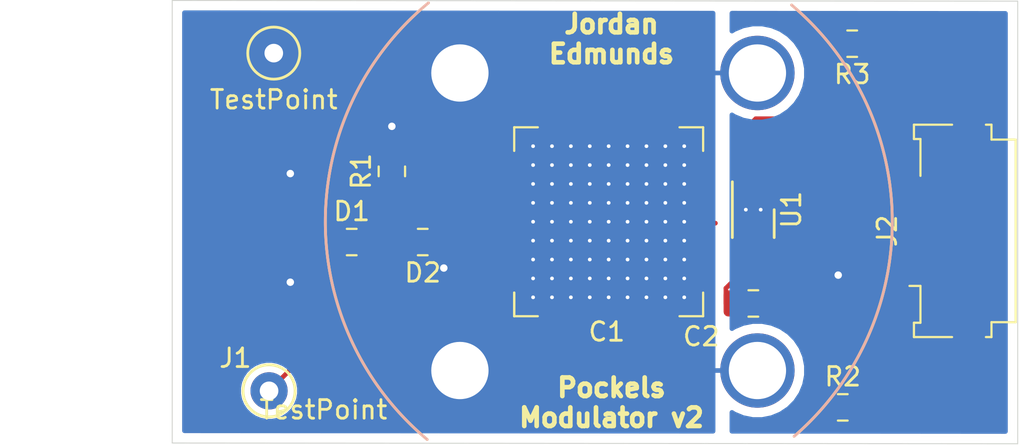
<source format=kicad_pcb>
(kicad_pcb (version 20171130) (host pcbnew "(5.1.6-0-10_14)")

  (general
    (thickness 1.6)
    (drawings 12)
    (tracks 90)
    (zones 0)
    (modules 16)
    (nets 10)
  )

  (page A4)
  (layers
    (0 F.Cu signal)
    (31 B.Cu signal)
    (32 B.Adhes user hide)
    (33 F.Adhes user hide)
    (34 B.Paste user hide)
    (35 F.Paste user hide)
    (36 B.SilkS user hide)
    (37 F.SilkS user)
    (38 B.Mask user hide)
    (39 F.Mask user)
    (40 Dwgs.User user hide)
    (41 Cmts.User user)
    (42 Eco1.User user)
    (43 Eco2.User user)
    (44 Edge.Cuts user)
    (45 Margin user)
    (46 B.CrtYd user)
    (47 F.CrtYd user)
    (48 B.Fab user hide)
    (49 F.Fab user hide)
  )

  (setup
    (last_trace_width 0.25)
    (trace_clearance 0.2)
    (zone_clearance 0.508)
    (zone_45_only no)
    (trace_min 0.2)
    (via_size 0.8)
    (via_drill 0.4)
    (via_min_size 0.4)
    (via_min_drill 0.3)
    (uvia_size 0.3)
    (uvia_drill 0.1)
    (uvias_allowed no)
    (uvia_min_size 0.2)
    (uvia_min_drill 0.1)
    (edge_width 0.05)
    (segment_width 0.2)
    (pcb_text_width 0.3)
    (pcb_text_size 1.5 1.5)
    (mod_edge_width 0.12)
    (mod_text_size 1 1)
    (mod_text_width 0.15)
    (pad_size 1.524 1.524)
    (pad_drill 0.762)
    (pad_to_mask_clearance 0.05)
    (aux_axis_origin 0 0)
    (visible_elements FFFFFF7F)
    (pcbplotparams
      (layerselection 0x010fc_ffffffff)
      (usegerberextensions false)
      (usegerberattributes true)
      (usegerberadvancedattributes true)
      (creategerberjobfile true)
      (excludeedgelayer true)
      (linewidth 0.100000)
      (plotframeref false)
      (viasonmask false)
      (mode 1)
      (useauxorigin false)
      (hpglpennumber 1)
      (hpglpenspeed 20)
      (hpglpendiameter 15.000000)
      (psnegative false)
      (psa4output false)
      (plotreference true)
      (plotvalue true)
      (plotinvisibletext false)
      (padsonsilk false)
      (subtractmaskfromsilk false)
      (outputformat 1)
      (mirror false)
      (drillshape 0)
      (scaleselection 1)
      (outputdirectory "gerbers"))
  )

  (net 0 "")
  (net 1 "Net-(C1-Pad1)")
  (net 2 "Net-(D1-Pad2)")
  (net 3 GND)
  (net 4 VDD)
  (net 5 GNDD)
  (net 6 /SDA)
  (net 7 /SCL)
  (net 8 /ALT)
  (net 9 "Net-(J2-Pad6)")

  (net_class Default "This is the default net class."
    (clearance 0.2)
    (trace_width 0.25)
    (via_dia 0.8)
    (via_drill 0.4)
    (uvia_dia 0.3)
    (uvia_drill 0.1)
    (add_net /ALT)
    (add_net /SCL)
    (add_net /SDA)
    (add_net GND)
    (add_net GNDD)
    (add_net "Net-(C1-Pad1)")
    (add_net "Net-(D1-Pad2)")
    (add_net "Net-(J2-Pad6)")
    (add_net VDD)
  )

  (module Package_DFN_QFN:DFN-8-1EP_3x2mm_P0.5mm_EP1.3x1.5mm_HandSolder (layer F.Cu) (tedit 5FF4CCFB) (tstamp 602B6815)
    (at 207.776 99.351 270)
    (descr "8-Lead Plastic Dual Flat, No Lead Package (8MA2) - 2x3x0.6 mm Body [UDFN] (see Atmel-8815-SEEPROM-AT24CS01-02-Datasheet.pdf)")
    (tags "DFN 0.5")
    (path /5FF4B793)
    (attr smd)
    (fp_text reference U1 (at 0 -2.05 90) (layer F.SilkS)
      (effects (font (size 1 1) (thickness 0.15)))
    )
    (fp_text value MCP9804_DFN (at 0 2.05 90) (layer F.Fab)
      (effects (font (size 1 1) (thickness 0.15)))
    )
    (fp_text user %R (at 0 0 90) (layer F.Fab)
      (effects (font (size 0.7 0.7) (thickness 0.105)))
    )
    (fp_line (start -0.5 -1) (end 1.5 -1) (layer F.Fab) (width 0.15))
    (fp_line (start 1.5 -1) (end 1.5 1) (layer F.Fab) (width 0.15))
    (fp_line (start 1.5 1) (end -1.5 1) (layer F.Fab) (width 0.15))
    (fp_line (start -1.5 1) (end -1.5 0) (layer F.Fab) (width 0.15))
    (fp_line (start -1.5 0) (end -0.5 -1) (layer F.Fab) (width 0.15))
    (fp_line (start -2.1 -1.3) (end -2.1 1.3) (layer F.CrtYd) (width 0.05))
    (fp_line (start 2.1 -1.3) (end 2.1 1.3) (layer F.CrtYd) (width 0.05))
    (fp_line (start -2.1 -1.3) (end 2.1 -1.3) (layer F.CrtYd) (width 0.05))
    (fp_line (start -2.1 1.3) (end 2.1 1.3) (layer F.CrtYd) (width 0.05))
    (fp_line (start -1.5 1.125) (end 1.5 1.125) (layer F.SilkS) (width 0.15))
    (fp_line (start 0 -1.125) (end 1.5 -1.125) (layer F.SilkS) (width 0.15))
    (pad 9 thru_hole circle (at 0 -0.4 270) (size 0.5 0.5) (drill 0.2) (layers *.Cu *.Mask)
      (net 5 GNDD))
    (pad 9 thru_hole circle (at 0 0.4 270) (size 0.5 0.5) (drill 0.2) (layers *.Cu *.Mask)
      (net 5 GNDD))
    (pad 9 smd rect (at 0 0 270) (size 1.3 1.5) (layers B.Cu B.Paste B.Mask)
      (net 5 GNDD))
    (pad "" smd rect (at 0.325 0.375 270) (size 0.5 0.6) (layers F.Paste))
    (pad "" smd rect (at 0.325 -0.375 270) (size 0.5 0.6) (layers F.Paste))
    (pad "" smd rect (at -0.325 0.375 270) (size 0.5 0.6) (layers F.Paste))
    (pad "" smd rect (at -0.325 -0.375 270) (size 0.5 0.6) (layers F.Paste))
    (pad 9 smd rect (at 0 0 270) (size 1.3 1.5) (layers F.Cu F.Mask)
      (net 5 GNDD))
    (pad 8 smd rect (at 2.45 -0.75 270) (size 2.75 0.3) (layers F.Cu F.Paste F.Mask)
      (net 4 VDD))
    (pad 7 smd rect (at 2.45 -0.25 270) (size 2.75 0.3) (layers F.Cu F.Paste F.Mask)
      (net 5 GNDD))
    (pad 6 smd rect (at 2.45 0.25 270) (size 2.75 0.3) (layers F.Cu F.Paste F.Mask)
      (net 5 GNDD))
    (pad 5 smd rect (at 2.45 0.75 270) (size 2.75 0.3) (layers F.Cu F.Paste F.Mask)
      (net 5 GNDD))
    (pad 4 smd rect (at -2.45 0.75 270) (size 2.75 0.3) (layers F.Cu F.Paste F.Mask)
      (net 5 GNDD))
    (pad 3 smd rect (at -2.45 0.25 270) (size 2.75 0.3) (layers F.Cu F.Paste F.Mask)
      (net 8 /ALT))
    (pad 2 smd rect (at -2.45 -0.25 270) (size 2.75 0.3) (layers F.Cu F.Paste F.Mask)
      (net 7 /SCL))
    (pad 1 smd rect (at -2.45 -0.75 270) (size 2.75 0.3) (layers F.Cu F.Paste F.Mask)
      (net 6 /SDA))
    (model ${KISYS3DMOD}/Package_DFN_QFN.3dshapes/DFN-8-1EP_3x2mm_P0.5mm_EP1.3x1.5mm.wrl
      (at (xyz 0 0 0))
      (scale (xyz 1 1 1))
      (rotate (xyz 0 0 0))
    )
  )

  (module my_library_foot:pockels_chip_10mm_thermal (layer F.Cu) (tedit 5FF4C9B2) (tstamp 5F2E2060)
    (at 200 100)
    (path /5F2DC2F8)
    (fp_text reference C1 (at -0.102 5.918) (layer F.SilkS)
      (effects (font (size 1 1) (thickness 0.15)))
    )
    (fp_text value CP (at 0 6.35) (layer F.Fab)
      (effects (font (size 1 1) (thickness 0.15)))
    )
    (fp_line (start 5.08 5.08) (end 3.81 5.08) (layer F.SilkS) (width 0.12))
    (fp_line (start 5.08 5.08) (end 5.08 3.81) (layer F.SilkS) (width 0.12))
    (fp_line (start -5.08 5.08) (end -5.08 3.81) (layer F.SilkS) (width 0.12))
    (fp_line (start -5.08 5.08) (end -3.81 5.08) (layer F.SilkS) (width 0.12))
    (fp_line (start -5.08 3.81) (end -5.08 5.08) (layer F.SilkS) (width 0.12))
    (fp_line (start 5.08 -5.08) (end 5.08 -3.81) (layer F.SilkS) (width 0.12))
    (fp_line (start 5.08 -5.08) (end 3.81 -5.08) (layer F.SilkS) (width 0.12))
    (fp_line (start -5.08 -5.08) (end -5.08 -3.81) (layer F.SilkS) (width 0.12))
    (fp_line (start -5.08 -5.08) (end -3.81 -5.08) (layer F.SilkS) (width 0.12))
    (pad 2 thru_hole circle (at -4.064 -4.064) (size 0.5 0.5) (drill 0.2) (layers *.Cu *.Mask)
      (net 3 GND))
    (pad 2 thru_hole circle (at -4.064 -3.048) (size 0.5 0.5) (drill 0.2) (layers *.Cu *.Mask)
      (net 3 GND))
    (pad 2 thru_hole circle (at -4.064 -2.032) (size 0.5 0.5) (drill 0.2) (layers *.Cu *.Mask)
      (net 3 GND))
    (pad 2 thru_hole circle (at -4.064 -1.016) (size 0.5 0.5) (drill 0.2) (layers *.Cu *.Mask)
      (net 3 GND))
    (pad 2 thru_hole circle (at -4.064 0) (size 0.5 0.5) (drill 0.2) (layers *.Cu *.Mask)
      (net 3 GND))
    (pad 2 thru_hole circle (at -4.064 1.016) (size 0.5 0.5) (drill 0.2) (layers *.Cu *.Mask)
      (net 3 GND))
    (pad 2 thru_hole circle (at -4.064 2.032) (size 0.5 0.5) (drill 0.2) (layers *.Cu *.Mask)
      (net 3 GND))
    (pad 2 thru_hole circle (at -4.064 3.048) (size 0.5 0.5) (drill 0.2) (layers *.Cu *.Mask)
      (net 3 GND))
    (pad 2 thru_hole circle (at -4.064 4.064) (size 0.5 0.5) (drill 0.2) (layers *.Cu *.Mask)
      (net 3 GND))
    (pad 2 thru_hole circle (at -3.048 4.064) (size 0.5 0.5) (drill 0.2) (layers *.Cu *.Mask)
      (net 3 GND))
    (pad 2 thru_hole circle (at -3.048 3.048) (size 0.5 0.5) (drill 0.2) (layers *.Cu *.Mask)
      (net 3 GND))
    (pad 2 thru_hole circle (at -3.048 2.032) (size 0.5 0.5) (drill 0.2) (layers *.Cu *.Mask)
      (net 3 GND))
    (pad 2 thru_hole circle (at -3.048 1.016) (size 0.5 0.5) (drill 0.2) (layers *.Cu *.Mask)
      (net 3 GND))
    (pad 2 thru_hole circle (at -3.048 0) (size 0.5 0.5) (drill 0.2) (layers *.Cu *.Mask)
      (net 3 GND))
    (pad 2 thru_hole circle (at -3.048 -1.016) (size 0.5 0.5) (drill 0.2) (layers *.Cu *.Mask)
      (net 3 GND))
    (pad 2 thru_hole circle (at -3.048 -2.032) (size 0.5 0.5) (drill 0.2) (layers *.Cu *.Mask)
      (net 3 GND))
    (pad 2 thru_hole circle (at -3.048 -3.048) (size 0.5 0.5) (drill 0.2) (layers *.Cu *.Mask)
      (net 3 GND))
    (pad 2 thru_hole circle (at -3.048 -4.064) (size 0.5 0.5) (drill 0.2) (layers *.Cu *.Mask)
      (net 3 GND))
    (pad 2 thru_hole circle (at -2.032 -4.064) (size 0.5 0.5) (drill 0.2) (layers *.Cu *.Mask)
      (net 3 GND))
    (pad 2 thru_hole circle (at -2.032 -3.048) (size 0.5 0.5) (drill 0.2) (layers *.Cu *.Mask)
      (net 3 GND))
    (pad 2 thru_hole circle (at -2.032 -2.032) (size 0.5 0.5) (drill 0.2) (layers *.Cu *.Mask)
      (net 3 GND))
    (pad 2 thru_hole circle (at -2.032 -1.016) (size 0.5 0.5) (drill 0.2) (layers *.Cu *.Mask)
      (net 3 GND))
    (pad 2 thru_hole circle (at -2.032 0) (size 0.5 0.5) (drill 0.2) (layers *.Cu *.Mask)
      (net 3 GND))
    (pad 2 thru_hole circle (at -2.032 1.016) (size 0.5 0.5) (drill 0.2) (layers *.Cu *.Mask)
      (net 3 GND))
    (pad 2 thru_hole circle (at -2.032 2.032) (size 0.5 0.5) (drill 0.2) (layers *.Cu *.Mask)
      (net 3 GND))
    (pad 2 thru_hole circle (at -2.032 3.048) (size 0.5 0.5) (drill 0.2) (layers *.Cu *.Mask)
      (net 3 GND))
    (pad 2 thru_hole circle (at -2.032 4.064) (size 0.5 0.5) (drill 0.2) (layers *.Cu *.Mask)
      (net 3 GND))
    (pad 2 thru_hole circle (at -1.016 4.064) (size 0.5 0.5) (drill 0.2) (layers *.Cu *.Mask)
      (net 3 GND))
    (pad 2 thru_hole circle (at -1.016 3.048) (size 0.5 0.5) (drill 0.2) (layers *.Cu *.Mask)
      (net 3 GND))
    (pad 2 thru_hole circle (at -1.016 2.032) (size 0.5 0.5) (drill 0.2) (layers *.Cu *.Mask)
      (net 3 GND))
    (pad 2 thru_hole circle (at -1.016 1.016) (size 0.5 0.5) (drill 0.2) (layers *.Cu *.Mask)
      (net 3 GND))
    (pad 2 thru_hole circle (at -1.016 0) (size 0.5 0.5) (drill 0.2) (layers *.Cu *.Mask)
      (net 3 GND))
    (pad 2 thru_hole circle (at -1.016 -1.016) (size 0.5 0.5) (drill 0.2) (layers *.Cu *.Mask)
      (net 3 GND))
    (pad 2 thru_hole circle (at -1.016 -2.032) (size 0.5 0.5) (drill 0.2) (layers *.Cu *.Mask)
      (net 3 GND))
    (pad 2 thru_hole circle (at -1.016 -3.048) (size 0.5 0.5) (drill 0.2) (layers *.Cu *.Mask)
      (net 3 GND))
    (pad 2 thru_hole circle (at -1.016 -4.064) (size 0.5 0.5) (drill 0.2) (layers *.Cu *.Mask)
      (net 3 GND))
    (pad 2 thru_hole circle (at 0 -4.064) (size 0.5 0.5) (drill 0.2) (layers *.Cu *.Mask)
      (net 3 GND))
    (pad 2 thru_hole circle (at 1.016 -4.064) (size 0.5 0.5) (drill 0.2) (layers *.Cu *.Mask)
      (net 3 GND))
    (pad 2 thru_hole circle (at 2.032 -4.064) (size 0.5 0.5) (drill 0.2) (layers *.Cu *.Mask)
      (net 3 GND))
    (pad 2 thru_hole circle (at 3.048 -4.064) (size 0.5 0.5) (drill 0.2) (layers *.Cu *.Mask)
      (net 3 GND))
    (pad 2 thru_hole circle (at 4.064 -4.064) (size 0.5 0.5) (drill 0.2) (layers *.Cu *.Mask)
      (net 3 GND))
    (pad 2 thru_hole circle (at 4.064 -3.048) (size 0.5 0.5) (drill 0.2) (layers *.Cu *.Mask)
      (net 3 GND))
    (pad 2 thru_hole circle (at 3.048 -3.048) (size 0.5 0.5) (drill 0.2) (layers *.Cu *.Mask)
      (net 3 GND))
    (pad 2 thru_hole circle (at 2.032 -3.048) (size 0.5 0.5) (drill 0.2) (layers *.Cu *.Mask)
      (net 3 GND))
    (pad 2 thru_hole circle (at 1.016 -3.048) (size 0.5 0.5) (drill 0.2) (layers *.Cu *.Mask)
      (net 3 GND))
    (pad 2 thru_hole circle (at 0 -3.048) (size 0.5 0.5) (drill 0.2) (layers *.Cu *.Mask)
      (net 3 GND))
    (pad 2 thru_hole circle (at 0 -2.032) (size 0.5 0.5) (drill 0.2) (layers *.Cu *.Mask)
      (net 3 GND))
    (pad 2 thru_hole circle (at 1.016 -2.032) (size 0.5 0.5) (drill 0.2) (layers *.Cu *.Mask)
      (net 3 GND))
    (pad 2 thru_hole circle (at 2.032 -2.032) (size 0.5 0.5) (drill 0.2) (layers *.Cu *.Mask)
      (net 3 GND))
    (pad 2 thru_hole circle (at 3.048 -2.032) (size 0.5 0.5) (drill 0.2) (layers *.Cu *.Mask)
      (net 3 GND))
    (pad 2 thru_hole circle (at 4.064 -2.032) (size 0.5 0.5) (drill 0.2) (layers *.Cu *.Mask)
      (net 3 GND))
    (pad 2 thru_hole circle (at 4.064 -1.016) (size 0.5 0.5) (drill 0.2) (layers *.Cu *.Mask)
      (net 3 GND))
    (pad 2 thru_hole circle (at 3.048 -1.016) (size 0.5 0.5) (drill 0.2) (layers *.Cu *.Mask)
      (net 3 GND))
    (pad 2 thru_hole circle (at 2.032 -1.016) (size 0.5 0.5) (drill 0.2) (layers *.Cu *.Mask)
      (net 3 GND))
    (pad 2 thru_hole circle (at 1.016 -1.016) (size 0.5 0.5) (drill 0.2) (layers *.Cu *.Mask)
      (net 3 GND))
    (pad 2 thru_hole circle (at 0 -1.016) (size 0.5 0.5) (drill 0.2) (layers *.Cu *.Mask)
      (net 3 GND))
    (pad 2 thru_hole circle (at 4.064 4.064) (size 0.5 0.5) (drill 0.2) (layers *.Cu *.Mask)
      (net 3 GND))
    (pad 2 thru_hole circle (at 3.048 4.064) (size 0.5 0.5) (drill 0.2) (layers *.Cu *.Mask)
      (net 3 GND))
    (pad 2 thru_hole circle (at 2.032 4.064) (size 0.5 0.5) (drill 0.2) (layers *.Cu *.Mask)
      (net 3 GND))
    (pad 2 thru_hole circle (at 1.016 4.064) (size 0.5 0.5) (drill 0.2) (layers *.Cu *.Mask)
      (net 3 GND))
    (pad 2 thru_hole circle (at 0 4.064) (size 0.5 0.5) (drill 0.2) (layers *.Cu *.Mask)
      (net 3 GND))
    (pad 2 thru_hole circle (at 0 3.048) (size 0.5 0.5) (drill 0.2) (layers *.Cu *.Mask)
      (net 3 GND))
    (pad 2 thru_hole circle (at 1.016 3.048) (size 0.5 0.5) (drill 0.2) (layers *.Cu *.Mask)
      (net 3 GND))
    (pad 2 thru_hole circle (at 2.032 3.048) (size 0.5 0.5) (drill 0.2) (layers *.Cu *.Mask)
      (net 3 GND))
    (pad 2 thru_hole circle (at 3.048 3.048) (size 0.5 0.5) (drill 0.2) (layers *.Cu *.Mask)
      (net 3 GND))
    (pad 2 thru_hole circle (at 4.064 3.048) (size 0.5 0.5) (drill 0.2) (layers *.Cu *.Mask)
      (net 3 GND))
    (pad 2 thru_hole circle (at 4.064 2.032) (size 0.5 0.5) (drill 0.2) (layers *.Cu *.Mask)
      (net 3 GND))
    (pad 2 thru_hole circle (at 3.048 2.032) (size 0.5 0.5) (drill 0.2) (layers *.Cu *.Mask)
      (net 3 GND))
    (pad 2 thru_hole circle (at 2.032 2.032) (size 0.5 0.5) (drill 0.2) (layers *.Cu *.Mask)
      (net 3 GND))
    (pad 2 thru_hole circle (at 1.016 2.032) (size 0.5 0.5) (drill 0.2) (layers *.Cu *.Mask)
      (net 3 GND))
    (pad 2 thru_hole circle (at 0 2.032) (size 0.5 0.5) (drill 0.2) (layers *.Cu *.Mask)
      (net 3 GND))
    (pad 2 thru_hole circle (at 0 1.016) (size 0.5 0.5) (drill 0.2) (layers *.Cu *.Mask)
      (net 3 GND))
    (pad 2 thru_hole circle (at 1.016 1.016) (size 0.5 0.5) (drill 0.2) (layers *.Cu *.Mask)
      (net 3 GND))
    (pad 2 thru_hole circle (at 2.032 1.016) (size 0.5 0.5) (drill 0.2) (layers *.Cu *.Mask)
      (net 3 GND))
    (pad 2 thru_hole circle (at 3.048 1.016) (size 0.5 0.5) (drill 0.2) (layers *.Cu *.Mask)
      (net 3 GND))
    (pad 2 thru_hole circle (at 4.064 1.016) (size 0.5 0.5) (drill 0.2) (layers *.Cu *.Mask)
      (net 3 GND))
    (pad 2 thru_hole circle (at 4.064 0) (size 0.5 0.5) (drill 0.2) (layers *.Cu *.Mask)
      (net 3 GND))
    (pad 2 thru_hole circle (at 3.048 0) (size 0.5 0.5) (drill 0.2) (layers *.Cu *.Mask)
      (net 3 GND))
    (pad 2 thru_hole circle (at 2.032 0) (size 0.5 0.5) (drill 0.2) (layers *.Cu *.Mask)
      (net 3 GND))
    (pad 2 thru_hole circle (at 1.016 0) (size 0.5 0.5) (drill 0.2) (layers *.Cu *.Mask)
      (net 3 GND))
    (pad 2 thru_hole circle (at 0 0) (size 0.5 0.5) (drill 0.2) (layers *.Cu *.Mask)
      (net 3 GND))
    (pad 2 smd rect (at 0 0) (size 10 10) (layers B.Cu B.Paste B.Mask)
      (net 3 GND))
    (pad 2 smd rect (at 0 0) (size 10 10) (layers F.Cu F.Paste F.Mask)
      (net 3 GND))
    (pad 1 smd rect (at -6 0) (size 1.5 1.5) (layers F.Cu F.Paste F.Mask)
      (net 1 "Net-(C1-Pad1)"))
  )

  (module my_library_foot:S6B-XH-SM4-TB (layer F.Cu) (tedit 5FF4BF27) (tstamp 5FF4C6FC)
    (at 219.1615 109.7365 90)
    (descr "Molex Molex 1.00mm Pitch Easy-On BackFlip, Right-Angle, Bottom Contact FFC/FPC, 200528-0060, 6 Circuits (https://www.molex.com/pdm_docs/sd/2005280060_sd.pdf), generated with kicad-footprint-generator")
    (tags "connector Molex  top entry")
    (path /5FF6D550)
    (attr smd)
    (fp_text reference J2 (at 9.2456 -4.1848 90) (layer F.SilkS)
      (effects (font (size 1 1) (thickness 0.15)))
    )
    (fp_text value Conn_01x06_Male (at 0 5.39 90) (layer F.Fab)
      (effects (font (size 1 1) (thickness 0.15)))
    )
    (fp_text user FRONT (at 9.017 2.032 90) (layer F.Fab)
      (effects (font (size 1 1) (thickness 0.15)))
    )
    (fp_line (start 17.907 -3.4848) (end 0.889 -3.429) (layer F.CrtYd) (width 0.05))
    (fp_line (start 17.907 3.1152) (end 17.907 -3.4848) (layer F.CrtYd) (width 0.05))
    (fp_line (start 0.889 3.171) (end 17.907 3.1152) (layer F.CrtYd) (width 0.05))
    (fp_line (start 0.889 -3.429) (end 0.889 3.171) (layer F.CrtYd) (width 0.05))
    (fp_line (start 14.1856 -2.3948) (end 12.2056 -2.3948) (layer F.SilkS) (width 0.12))
    (fp_line (start 14.1856 -2.7448) (end 14.1856 -2.3948) (layer F.SilkS) (width 0.12))
    (fp_line (start 14.9556 -2.7448) (end 14.1856 -2.7448) (layer F.SilkS) (width 0.12))
    (fp_line (start 14.9556 -0.6948) (end 14.9556 -2.7448) (layer F.SilkS) (width 0.12))
    (fp_line (start 14.9556 1.4252) (end 14.9556 1.1252) (layer F.SilkS) (width 0.12))
    (fp_line (start 14.1556 1.4252) (end 14.9556 1.4252) (layer F.SilkS) (width 0.12))
    (fp_line (start 14.1556 2.7252) (end 14.1556 1.4252) (layer F.SilkS) (width 0.12))
    (fp_line (start 4.3356 2.7252) (end 14.1556 2.7252) (layer F.SilkS) (width 0.12))
    (fp_line (start 4.3356 1.4252) (end 4.3356 2.7252) (layer F.SilkS) (width 0.12))
    (fp_line (start 3.5356 1.4252) (end 4.3356 1.4252) (layer F.SilkS) (width 0.12))
    (fp_line (start 3.5356 1.1252) (end 3.5356 1.4252) (layer F.SilkS) (width 0.12))
    (fp_line (start 3.5356 -2.7448) (end 3.5356 -0.6948) (layer F.SilkS) (width 0.12))
    (fp_line (start 4.3056 -2.7448) (end 3.5356 -2.7448) (layer F.SilkS) (width 0.12))
    (fp_line (start 4.3056 -2.3948) (end 4.3056 -2.7448) (layer F.SilkS) (width 0.12))
    (fp_line (start 6.2856 -2.3948) (end 4.3056 -2.3948) (layer F.SilkS) (width 0.12))
    (fp_line (start 6.2856 -2.9848) (end 6.2856 -2.3948) (layer F.SilkS) (width 0.12))
    (fp_line (start 14.0456 2.6152) (end 14.0456 -1.3848) (layer F.Fab) (width 0.1))
    (fp_line (start 4.4456 2.6152) (end 14.0456 2.6152) (layer F.Fab) (width 0.1))
    (fp_line (start 4.4456 -1.3848) (end 4.4456 2.6152) (layer F.Fab) (width 0.1))
    (fp_line (start 14.0456 -1.3848) (end 4.4456 -1.3848) (layer F.Fab) (width 0.1))
    (fp_line (start 6.7456 -1.5348) (end 7.2456 -2.2848) (layer F.Fab) (width 0.1))
    (fp_line (start 6.2456 -2.2848) (end 6.7456 -1.5348) (layer F.Fab) (width 0.1))
    (fp_line (start 14.8456 -2.6348) (end 14.2956 -2.6348) (layer F.Fab) (width 0.1))
    (fp_line (start 14.8456 1.3152) (end 14.8456 -2.6348) (layer F.Fab) (width 0.1))
    (fp_line (start 3.6456 1.3152) (end 14.8456 1.3152) (layer F.Fab) (width 0.1))
    (fp_line (start 3.6456 -2.6348) (end 3.6456 1.3152) (layer F.Fab) (width 0.1))
    (fp_line (start 4.1956 -2.6348) (end 3.6456 -2.6348) (layer F.Fab) (width 0.1))
    (fp_line (start 4.1956 -2.2848) (end 4.1956 -2.6348) (layer F.Fab) (width 0.1))
    (fp_line (start 14.2956 -2.2848) (end 4.1956 -2.2848) (layer F.Fab) (width 0.1))
    (fp_line (start 14.2956 -2.6348) (end 14.2956 -2.2848) (layer F.Fab) (width 0.1))
    (pad 6 smd rect (at 15.7 -6.5 90) (size 1.3 4.5) (layers F.Cu F.Paste F.Mask)
      (net 9 "Net-(J2-Pad6)"))
    (pad 5 smd rect (at 13.2 -6.5 90) (size 1.3 4.5) (layers F.Cu F.Paste F.Mask)
      (net 8 /ALT))
    (pad 4 smd rect (at 10.7 -6.5 90) (size 1.3 4.5) (layers F.Cu F.Paste F.Mask)
      (net 7 /SCL))
    (pad 3 smd rect (at 8.2 -6.5 90) (size 1.3 4.5) (layers F.Cu F.Paste F.Mask)
      (net 6 /SDA))
    (pad 2 smd rect (at 5.7 -6.5 90) (size 1.3 4.5) (layers F.Cu F.Paste F.Mask)
      (net 5 GNDD))
    (pad 1 smd rect (at 3.2 -6.5 90) (size 1.3 4.5) (layers F.Cu F.Paste F.Mask)
      (net 4 VDD))
    (pad MP smd rect (at 18.9 -0.0134 90) (size 1.8 3.9) (layers F.Cu F.Paste F.Mask))
    (pad MP smd rect (at 0 0 90) (size 1.8 3.9) (layers F.Cu F.Paste F.Mask))
    (model ${KISYS3DMOD}/Connector_FFC-FPC.3dshapes/Molex_200528-0060_1x06-1MP_P1.00mm_Horizontal.wrl
      (at (xyz 0 0 0))
      (scale (xyz 1 1 1))
      (rotate (xyz 0 0 0))
    )
  )

  (module my_library_foot:m3_mounting_hole (layer F.Cu) (tedit 5F2DD124) (tstamp 5F2E35BC)
    (at 208 108)
    (path /5F2E71AE)
    (fp_text reference H4 (at 0 0.5) (layer F.SilkS)
      (effects (font (size 1 1) (thickness 0.15)))
    )
    (fp_text value MountingHole_Pad (at 0 -0.5) (layer F.Fab)
      (effects (font (size 1 1) (thickness 0.15)))
    )
    (pad 1 thru_hole circle (at 0 0) (size 4 4) (drill 3.08) (layers *.Cu *.Mask)
      (net 3 GND))
  )

  (module my_library_foot:m3_mounting_hole (layer F.Cu) (tedit 5F2DD124) (tstamp 5F2E35B7)
    (at 192 108)
    (path /5F2E6F6E)
    (fp_text reference H3 (at 0 0.5) (layer F.SilkS)
      (effects (font (size 1 1) (thickness 0.15)))
    )
    (fp_text value MountingHole_Pad (at 0 -0.5) (layer F.Fab)
      (effects (font (size 1 1) (thickness 0.15)))
    )
    (pad 1 thru_hole circle (at 0 0) (size 4 4) (drill 3.08) (layers *.Cu *.Mask)
      (net 3 GND))
  )

  (module my_library_foot:m3_mounting_hole (layer F.Cu) (tedit 5F2DD124) (tstamp 5F2E35B2)
    (at 192 92)
    (path /5F2E6C96)
    (fp_text reference H2 (at 0 0.5) (layer F.SilkS)
      (effects (font (size 1 1) (thickness 0.15)))
    )
    (fp_text value MountingHole_Pad (at 0 -0.5) (layer F.Fab)
      (effects (font (size 1 1) (thickness 0.15)))
    )
    (pad 1 thru_hole circle (at 0 0) (size 4 4) (drill 3.08) (layers *.Cu *.Mask)
      (net 3 GND))
  )

  (module my_library_foot:m3_mounting_hole (layer F.Cu) (tedit 5F2DD124) (tstamp 5F2E35AD)
    (at 208 92)
    (path /5F2ED3C7)
    (fp_text reference H1 (at 0 0.5) (layer F.SilkS)
      (effects (font (size 1 1) (thickness 0.15)))
    )
    (fp_text value MountingHole_Pad (at 0 -0.5) (layer F.Fab)
      (effects (font (size 1 1) (thickness 0.15)))
    )
    (pad 1 thru_hole circle (at 0 0) (size 4 4) (drill 3.08) (layers *.Cu *.Mask)
      (net 3 GND))
  )

  (module my_library_foot:TestPoint_Keystone_5000-5004_Miniature (layer F.Cu) (tedit 5EF69EC3) (tstamp 5F2E20D7)
    (at 181.991 90.932)
    (descr "Keystone Miniature THM Test Point 5000-5004, http://www.keyelco.com/product-pdf.cfm?p=1309")
    (tags "Through Hole Mount Test Points")
    (path /5F2DD6FC)
    (fp_text reference TP2 (at 0.3175 -2.4765) (layer F.Fab)
      (effects (font (size 1 1) (thickness 0.15)))
    )
    (fp_text value TestPoint (at 0 2.5) (layer F.SilkS)
      (effects (font (size 1 1) (thickness 0.15)))
    )
    (fp_circle (center 0 0) (end 1.4 0) (layer F.SilkS) (width 0.15))
    (fp_circle (center 0 0) (end 1.25 0) (layer F.Fab) (width 0.15))
    (fp_circle (center 0 0) (end 1.65 0) (layer F.CrtYd) (width 0.05))
    (fp_line (start -0.75 0.25) (end -0.75 -0.25) (layer F.Fab) (width 0.15))
    (fp_line (start 0.75 0.25) (end -0.75 0.25) (layer F.Fab) (width 0.15))
    (fp_line (start 0.75 -0.25) (end 0.75 0.25) (layer F.Fab) (width 0.15))
    (fp_line (start -0.75 -0.25) (end 0.75 -0.25) (layer F.Fab) (width 0.15))
    (pad 1 thru_hole circle (at 0 0) (size 2 2) (drill 1) (layers *.Cu *.Mask)
      (net 3 GND))
    (model ${KISYS3DMOD}/TestPoint.3dshapes/TestPoint_Keystone_5000-5004_Miniature.wrl
      (at (xyz 0 0 0))
      (scale (xyz 1 1 1))
      (rotate (xyz 0 0 0))
    )
  )

  (module my_library_foot:TestPoint_Keystone_5000-5004_Miniature (layer F.Cu) (tedit 5EF69EC3) (tstamp 5F2E20CB)
    (at 181.737 109.093)
    (descr "Keystone Miniature THM Test Point 5000-5004, http://www.keyelco.com/product-pdf.cfm?p=1309")
    (tags "Through Hole Mount Test Points")
    (path /5F2DD2FB)
    (fp_text reference TP1 (at 0.3175 -2.4765) (layer F.Fab)
      (effects (font (size 1 1) (thickness 0.15)))
    )
    (fp_text value TestPoint (at 2.921 1.016) (layer F.SilkS)
      (effects (font (size 1 1) (thickness 0.15)))
    )
    (fp_circle (center 0 0) (end 1.4 0) (layer F.SilkS) (width 0.15))
    (fp_circle (center 0 0) (end 1.25 0) (layer F.Fab) (width 0.15))
    (fp_circle (center 0 0) (end 1.65 0) (layer F.CrtYd) (width 0.05))
    (fp_line (start -0.75 0.25) (end -0.75 -0.25) (layer F.Fab) (width 0.15))
    (fp_line (start 0.75 0.25) (end -0.75 0.25) (layer F.Fab) (width 0.15))
    (fp_line (start 0.75 -0.25) (end 0.75 0.25) (layer F.Fab) (width 0.15))
    (fp_line (start -0.75 -0.25) (end 0.75 -0.25) (layer F.Fab) (width 0.15))
    (pad 1 thru_hole circle (at 0 0) (size 2 2) (drill 1) (layers *.Cu *.Mask)
      (net 1 "Net-(C1-Pad1)"))
    (model ${KISYS3DMOD}/TestPoint.3dshapes/TestPoint_Keystone_5000-5004_Miniature.wrl
      (at (xyz 0 0 0))
      (scale (xyz 1 1 1))
      (rotate (xyz 0 0 0))
    )
  )

  (module Capacitor_SMD:C_0805_2012Metric_Pad1.15x1.40mm_HandSolder (layer F.Cu) (tedit 5B36C52B) (tstamp 5F2E20BF)
    (at 188.341 97.291 90)
    (descr "Capacitor SMD 0805 (2012 Metric), square (rectangular) end terminal, IPC_7351 nominal with elongated pad for handsoldering. (Body size source: https://docs.google.com/spreadsheets/d/1BsfQQcO9C6DZCsRaXUlFlo91Tg2WpOkGARC1WS5S8t0/edit?usp=sharing), generated with kicad-footprint-generator")
    (tags "capacitor handsolder")
    (path /5F2DCD9A)
    (attr smd)
    (fp_text reference R1 (at 0 -1.65 90) (layer F.SilkS)
      (effects (font (size 1 1) (thickness 0.15)))
    )
    (fp_text value R (at 0 1.65 90) (layer F.Fab)
      (effects (font (size 1 1) (thickness 0.15)))
    )
    (fp_text user %R (at 0 0 90) (layer F.Fab)
      (effects (font (size 0.5 0.5) (thickness 0.08)))
    )
    (fp_line (start -1 0.6) (end -1 -0.6) (layer F.Fab) (width 0.1))
    (fp_line (start -1 -0.6) (end 1 -0.6) (layer F.Fab) (width 0.1))
    (fp_line (start 1 -0.6) (end 1 0.6) (layer F.Fab) (width 0.1))
    (fp_line (start 1 0.6) (end -1 0.6) (layer F.Fab) (width 0.1))
    (fp_line (start -0.261252 -0.71) (end 0.261252 -0.71) (layer F.SilkS) (width 0.12))
    (fp_line (start -0.261252 0.71) (end 0.261252 0.71) (layer F.SilkS) (width 0.12))
    (fp_line (start -1.85 0.95) (end -1.85 -0.95) (layer F.CrtYd) (width 0.05))
    (fp_line (start -1.85 -0.95) (end 1.85 -0.95) (layer F.CrtYd) (width 0.05))
    (fp_line (start 1.85 -0.95) (end 1.85 0.95) (layer F.CrtYd) (width 0.05))
    (fp_line (start 1.85 0.95) (end -1.85 0.95) (layer F.CrtYd) (width 0.05))
    (pad 2 smd roundrect (at 1.025 0 90) (size 1.15 1.4) (layers F.Cu F.Paste F.Mask) (roundrect_rratio 0.217391)
      (net 3 GND))
    (pad 1 smd roundrect (at -1.025 0 90) (size 1.15 1.4) (layers F.Cu F.Paste F.Mask) (roundrect_rratio 0.217391)
      (net 1 "Net-(C1-Pad1)"))
    (model ${KISYS3DMOD}/Capacitor_SMD.3dshapes/C_0805_2012Metric.wrl
      (at (xyz 0 0 0))
      (scale (xyz 1 1 1))
      (rotate (xyz 0 0 0))
    )
  )

  (module my_library_foot:CON-SMA-EDGE-S (layer F.Cu) (tedit 5F90BEC2) (tstamp 5F2E20AE)
    (at 181.425 100.33)
    (descr "Molex SMA RF Connectors, Edge Mount, (http://www.molex.com/pdm_docs/sd/732511150_sd.pdf)")
    (tags "sma edge")
    (path /5F2DDDFC)
    (attr smd)
    (fp_text reference J1 (at -1.5 7) (layer F.SilkS)
      (effects (font (size 1 1) (thickness 0.15)))
    )
    (fp_text value Conn_Coaxial (at -1.72 -7.11) (layer F.Fab)
      (effects (font (size 1 1) (thickness 0.15)))
    )
    (fp_text user %R (at -1.5 7) (layer F.Fab)
      (effects (font (size 1 1) (thickness 0.15)))
    )
    (fp_line (start -4.191 3.1595) (end -0.381 3.1595) (layer F.Fab) (width 0.12))
    (fp_line (start -0.381 2.3495) (end -0.381 3.1595) (layer F.Fab) (width 0.12))
    (fp_line (start -4.191 2.3495) (end -0.381 2.3495) (layer F.Fab) (width 0.12))
    (fp_line (start -4.191 0.3655) (end -0.381 0.3655) (layer F.Fab) (width 0.12))
    (fp_line (start -0.381 -0.4445) (end -0.381 0.3655) (layer F.Fab) (width 0.12))
    (fp_line (start -4.191 -0.4445) (end -0.381 -0.4445) (layer F.Fab) (width 0.12))
    (fp_line (start -0.4445 -3.2385) (end -0.4445 -2.4285) (layer F.Fab) (width 0.12))
    (fp_line (start -4.2545 -2.4285) (end -0.4445 -2.4285) (layer F.Fab) (width 0.12))
    (fp_line (start -4.2545 -3.2385) (end -0.4445 -3.2385) (layer F.Fab) (width 0.12))
    (fp_line (start -4.2545 -3.2385) (end -4.2555 3.175) (layer F.Fab) (width 0.12))
    (fp_line (start -5.9055 3.175) (end -4.2555 3.175) (layer F.Fab) (width 0.12))
    (fp_line (start -5.9055 -3.2385) (end -4.2555 -3.2385) (layer F.Fab) (width 0.12))
    (fp_line (start -5.9055 -3.18) (end -5.9055 3.18) (layer F.Fab) (width 0.12))
    (fp_line (start 1.5856 0.25) (end 1.5856 -0.25) (layer F.Fab) (width 0.1))
    (fp_line (start 1.0856 0) (end 1.5856 0.25) (layer F.Fab) (width 0.1))
    (fp_line (start 1.5856 -0.25) (end 1.0856 0) (layer F.Fab) (width 0.1))
    (fp_line (start -13.79 -2.65) (end -5.98 -2.65) (layer F.Fab) (width 0.1))
    (fp_line (start -13.79 -2.65) (end -13.79 2.65) (layer F.Fab) (width 0.1))
    (fp_line (start -13.79 2.65) (end -5.91 2.65) (layer F.Fab) (width 0.1))
    (fp_line (start 0.889 -3.683) (end 0.889 3.81) (layer F.CrtYd) (width 0.12))
    (fp_line (start 0.889 3.81) (end -14.097 3.81) (layer F.CrtYd) (width 0.12))
    (fp_line (start -14.097 3.81) (end -14.097 -3.683) (layer F.CrtYd) (width 0.12))
    (fp_line (start -14.097 -3.683) (end 0.889 -3.683) (layer F.CrtYd) (width 0.12))
    (fp_line (start -14.097 -3.683) (end 0.889 -3.683) (layer B.CrtYd) (width 0.12))
    (fp_line (start 0.889 -3.683) (end 0.889 3.81) (layer B.CrtYd) (width 0.12))
    (fp_line (start 0.889 3.81) (end -14.097 3.81) (layer B.CrtYd) (width 0.12))
    (fp_line (start -14.097 3.81) (end -14.097 -3.683) (layer B.CrtYd) (width 0.12))
    (pad 2 smd rect (at -1.72 2.77) (size 5.08 1.6) (layers B.Cu B.Paste B.Mask)
      (net 3 GND))
    (pad 2 smd rect (at -1.72 -2.77) (size 5.08 1.6) (layers B.Cu B.Paste B.Mask)
      (net 3 GND))
    (pad 2 smd rect (at -1.72 2.77) (size 5.08 1.6) (layers F.Cu F.Paste F.Mask)
      (net 3 GND))
    (pad 2 smd rect (at -1.72 -2.77) (size 5.08 1.6) (layers F.Cu F.Paste F.Mask)
      (net 3 GND))
    (pad 1 smd rect (at -1.72 0) (size 5.08 1.6) (layers F.Cu F.Paste F.Mask)
      (net 1 "Net-(C1-Pad1)"))
    (model ${KISYS3DMOD}/Connector_Coaxial.3dshapes/SMA_Molex_73251-1153_EdgeMount_Horizontal.wrl
      (at (xyz 0 0 0))
      (scale (xyz 1 1 1))
      (rotate (xyz 0 0 0))
    )
  )

  (module Capacitor_SMD:C_0805_2012Metric_Pad1.15x1.40mm_HandSolder (layer F.Cu) (tedit 5B36C52B) (tstamp 5F2E2233)
    (at 190.001 101.092 180)
    (descr "Capacitor SMD 0805 (2012 Metric), square (rectangular) end terminal, IPC_7351 nominal with elongated pad for handsoldering. (Body size source: https://docs.google.com/spreadsheets/d/1BsfQQcO9C6DZCsRaXUlFlo91Tg2WpOkGARC1WS5S8t0/edit?usp=sharing), generated with kicad-footprint-generator")
    (tags "capacitor handsolder")
    (path /5F2DC55E)
    (attr smd)
    (fp_text reference D2 (at 0 -1.65) (layer F.SilkS)
      (effects (font (size 1 1) (thickness 0.15)))
    )
    (fp_text value D_Zener (at 0 1.65) (layer F.Fab)
      (effects (font (size 1 1) (thickness 0.15)))
    )
    (fp_text user %R (at 0 0) (layer F.Fab)
      (effects (font (size 0.5 0.5) (thickness 0.08)))
    )
    (fp_line (start -1 0.6) (end -1 -0.6) (layer F.Fab) (width 0.1))
    (fp_line (start -1 -0.6) (end 1 -0.6) (layer F.Fab) (width 0.1))
    (fp_line (start 1 -0.6) (end 1 0.6) (layer F.Fab) (width 0.1))
    (fp_line (start 1 0.6) (end -1 0.6) (layer F.Fab) (width 0.1))
    (fp_line (start -0.261252 -0.71) (end 0.261252 -0.71) (layer F.SilkS) (width 0.12))
    (fp_line (start -0.261252 0.71) (end 0.261252 0.71) (layer F.SilkS) (width 0.12))
    (fp_line (start -1.85 0.95) (end -1.85 -0.95) (layer F.CrtYd) (width 0.05))
    (fp_line (start -1.85 -0.95) (end 1.85 -0.95) (layer F.CrtYd) (width 0.05))
    (fp_line (start 1.85 -0.95) (end 1.85 0.95) (layer F.CrtYd) (width 0.05))
    (fp_line (start 1.85 0.95) (end -1.85 0.95) (layer F.CrtYd) (width 0.05))
    (pad 2 smd roundrect (at 1.025 0 180) (size 1.15 1.4) (layers F.Cu F.Paste F.Mask) (roundrect_rratio 0.217391)
      (net 2 "Net-(D1-Pad2)"))
    (pad 1 smd roundrect (at -1.025 0 180) (size 1.15 1.4) (layers F.Cu F.Paste F.Mask) (roundrect_rratio 0.217391)
      (net 3 GND))
    (model ${KISYS3DMOD}/Capacitor_SMD.3dshapes/C_0805_2012Metric.wrl
      (at (xyz 0 0 0))
      (scale (xyz 1 1 1))
      (rotate (xyz 0 0 0))
    )
  )

  (module Capacitor_SMD:C_0805_2012Metric_Pad1.15x1.40mm_HandSolder (layer F.Cu) (tedit 5B36C52B) (tstamp 5F2E2071)
    (at 186.182 101.092)
    (descr "Capacitor SMD 0805 (2012 Metric), square (rectangular) end terminal, IPC_7351 nominal with elongated pad for handsoldering. (Body size source: https://docs.google.com/spreadsheets/d/1BsfQQcO9C6DZCsRaXUlFlo91Tg2WpOkGARC1WS5S8t0/edit?usp=sharing), generated with kicad-footprint-generator")
    (tags "capacitor handsolder")
    (path /5F2DDBAF)
    (attr smd)
    (fp_text reference D1 (at 0 -1.65) (layer F.SilkS)
      (effects (font (size 1 1) (thickness 0.15)))
    )
    (fp_text value D_Zener (at 0 1.65) (layer F.Fab)
      (effects (font (size 1 1) (thickness 0.15)))
    )
    (fp_text user %R (at 0 0) (layer F.Fab)
      (effects (font (size 0.5 0.5) (thickness 0.08)))
    )
    (fp_line (start -1 0.6) (end -1 -0.6) (layer F.Fab) (width 0.1))
    (fp_line (start -1 -0.6) (end 1 -0.6) (layer F.Fab) (width 0.1))
    (fp_line (start 1 -0.6) (end 1 0.6) (layer F.Fab) (width 0.1))
    (fp_line (start 1 0.6) (end -1 0.6) (layer F.Fab) (width 0.1))
    (fp_line (start -0.261252 -0.71) (end 0.261252 -0.71) (layer F.SilkS) (width 0.12))
    (fp_line (start -0.261252 0.71) (end 0.261252 0.71) (layer F.SilkS) (width 0.12))
    (fp_line (start -1.85 0.95) (end -1.85 -0.95) (layer F.CrtYd) (width 0.05))
    (fp_line (start -1.85 -0.95) (end 1.85 -0.95) (layer F.CrtYd) (width 0.05))
    (fp_line (start 1.85 -0.95) (end 1.85 0.95) (layer F.CrtYd) (width 0.05))
    (fp_line (start 1.85 0.95) (end -1.85 0.95) (layer F.CrtYd) (width 0.05))
    (pad 2 smd roundrect (at 1.025 0) (size 1.15 1.4) (layers F.Cu F.Paste F.Mask) (roundrect_rratio 0.217391)
      (net 2 "Net-(D1-Pad2)"))
    (pad 1 smd roundrect (at -1.025 0) (size 1.15 1.4) (layers F.Cu F.Paste F.Mask) (roundrect_rratio 0.217391)
      (net 1 "Net-(C1-Pad1)"))
    (model ${KISYS3DMOD}/Capacitor_SMD.3dshapes/C_0805_2012Metric.wrl
      (at (xyz 0 0 0))
      (scale (xyz 1 1 1))
      (rotate (xyz 0 0 0))
    )
  )

  (module Capacitor_SMD:C_0805_2012Metric_Pad1.15x1.40mm_HandSolder (layer F.Cu) (tedit 5B36C52B) (tstamp 5FF4C6CD)
    (at 207.781 104.394 180)
    (descr "Capacitor SMD 0805 (2012 Metric), square (rectangular) end terminal, IPC_7351 nominal with elongated pad for handsoldering. (Body size source: https://docs.google.com/spreadsheets/d/1BsfQQcO9C6DZCsRaXUlFlo91Tg2WpOkGARC1WS5S8t0/edit?usp=sharing), generated with kicad-footprint-generator")
    (tags "capacitor handsolder")
    (path /5FF59802)
    (attr smd)
    (fp_text reference C2 (at 2.803 -1.778) (layer F.SilkS)
      (effects (font (size 1 1) (thickness 0.15)))
    )
    (fp_text value 100nF (at 0 1.65) (layer F.Fab)
      (effects (font (size 1 1) (thickness 0.15)))
    )
    (fp_text user %R (at 0 0) (layer F.Fab)
      (effects (font (size 0.5 0.5) (thickness 0.08)))
    )
    (fp_line (start -1 0.6) (end -1 -0.6) (layer F.Fab) (width 0.1))
    (fp_line (start -1 -0.6) (end 1 -0.6) (layer F.Fab) (width 0.1))
    (fp_line (start 1 -0.6) (end 1 0.6) (layer F.Fab) (width 0.1))
    (fp_line (start 1 0.6) (end -1 0.6) (layer F.Fab) (width 0.1))
    (fp_line (start -0.261252 -0.71) (end 0.261252 -0.71) (layer F.SilkS) (width 0.12))
    (fp_line (start -0.261252 0.71) (end 0.261252 0.71) (layer F.SilkS) (width 0.12))
    (fp_line (start -1.85 0.95) (end -1.85 -0.95) (layer F.CrtYd) (width 0.05))
    (fp_line (start -1.85 -0.95) (end 1.85 -0.95) (layer F.CrtYd) (width 0.05))
    (fp_line (start 1.85 -0.95) (end 1.85 0.95) (layer F.CrtYd) (width 0.05))
    (fp_line (start 1.85 0.95) (end -1.85 0.95) (layer F.CrtYd) (width 0.05))
    (pad 2 smd roundrect (at 1.025 0 180) (size 1.15 1.4) (layers F.Cu F.Paste F.Mask) (roundrect_rratio 0.217391)
      (net 5 GNDD))
    (pad 1 smd roundrect (at -1.025 0 180) (size 1.15 1.4) (layers F.Cu F.Paste F.Mask) (roundrect_rratio 0.217391)
      (net 4 VDD))
    (model ${KISYS3DMOD}/Capacitor_SMD.3dshapes/C_0805_2012Metric.wrl
      (at (xyz 0 0 0))
      (scale (xyz 1 1 1))
      (rotate (xyz 0 0 0))
    )
  )

  (module Resistor_SMD:R_0805_2012Metric_Pad1.15x1.40mm_HandSolder (layer F.Cu) (tedit 5B36C52B) (tstamp 5FF4C70D)
    (at 212.589 109.982)
    (descr "Resistor SMD 0805 (2012 Metric), square (rectangular) end terminal, IPC_7351 nominal with elongated pad for handsoldering. (Body size source: https://docs.google.com/spreadsheets/d/1BsfQQcO9C6DZCsRaXUlFlo91Tg2WpOkGARC1WS5S8t0/edit?usp=sharing), generated with kicad-footprint-generator")
    (tags "resistor handsolder")
    (path /5FF5F423)
    (attr smd)
    (fp_text reference R2 (at 0 -1.65) (layer F.SilkS)
      (effects (font (size 1 1) (thickness 0.15)))
    )
    (fp_text value 10k (at 0 1.65) (layer F.Fab)
      (effects (font (size 1 1) (thickness 0.15)))
    )
    (fp_text user %R (at 0 0) (layer F.Fab)
      (effects (font (size 0.5 0.5) (thickness 0.08)))
    )
    (fp_line (start -1 0.6) (end -1 -0.6) (layer F.Fab) (width 0.1))
    (fp_line (start -1 -0.6) (end 1 -0.6) (layer F.Fab) (width 0.1))
    (fp_line (start 1 -0.6) (end 1 0.6) (layer F.Fab) (width 0.1))
    (fp_line (start 1 0.6) (end -1 0.6) (layer F.Fab) (width 0.1))
    (fp_line (start -0.261252 -0.71) (end 0.261252 -0.71) (layer F.SilkS) (width 0.12))
    (fp_line (start -0.261252 0.71) (end 0.261252 0.71) (layer F.SilkS) (width 0.12))
    (fp_line (start -1.85 0.95) (end -1.85 -0.95) (layer F.CrtYd) (width 0.05))
    (fp_line (start -1.85 -0.95) (end 1.85 -0.95) (layer F.CrtYd) (width 0.05))
    (fp_line (start 1.85 -0.95) (end 1.85 0.95) (layer F.CrtYd) (width 0.05))
    (fp_line (start 1.85 0.95) (end -1.85 0.95) (layer F.CrtYd) (width 0.05))
    (pad 2 smd roundrect (at 1.025 0) (size 1.15 1.4) (layers F.Cu F.Paste F.Mask) (roundrect_rratio 0.217391)
      (net 6 /SDA))
    (pad 1 smd roundrect (at -1.025 0) (size 1.15 1.4) (layers F.Cu F.Paste F.Mask) (roundrect_rratio 0.217391)
      (net 4 VDD))
    (model ${KISYS3DMOD}/Resistor_SMD.3dshapes/R_0805_2012Metric.wrl
      (at (xyz 0 0 0))
      (scale (xyz 1 1 1))
      (rotate (xyz 0 0 0))
    )
  )

  (module Resistor_SMD:R_0805_2012Metric_Pad1.15x1.40mm_HandSolder (layer F.Cu) (tedit 5B36C52B) (tstamp 5FF4C71E)
    (at 213.097 90.424 180)
    (descr "Resistor SMD 0805 (2012 Metric), square (rectangular) end terminal, IPC_7351 nominal with elongated pad for handsoldering. (Body size source: https://docs.google.com/spreadsheets/d/1BsfQQcO9C6DZCsRaXUlFlo91Tg2WpOkGARC1WS5S8t0/edit?usp=sharing), generated with kicad-footprint-generator")
    (tags "resistor handsolder")
    (path /5FF5AD39)
    (attr smd)
    (fp_text reference R3 (at 0 -1.65) (layer F.SilkS)
      (effects (font (size 1 1) (thickness 0.15)))
    )
    (fp_text value 10k (at 0 1.65) (layer F.Fab)
      (effects (font (size 1 1) (thickness 0.15)))
    )
    (fp_text user %R (at 0 0) (layer F.Fab)
      (effects (font (size 0.5 0.5) (thickness 0.08)))
    )
    (fp_line (start -1 0.6) (end -1 -0.6) (layer F.Fab) (width 0.1))
    (fp_line (start -1 -0.6) (end 1 -0.6) (layer F.Fab) (width 0.1))
    (fp_line (start 1 -0.6) (end 1 0.6) (layer F.Fab) (width 0.1))
    (fp_line (start 1 0.6) (end -1 0.6) (layer F.Fab) (width 0.1))
    (fp_line (start -0.261252 -0.71) (end 0.261252 -0.71) (layer F.SilkS) (width 0.12))
    (fp_line (start -0.261252 0.71) (end 0.261252 0.71) (layer F.SilkS) (width 0.12))
    (fp_line (start -1.85 0.95) (end -1.85 -0.95) (layer F.CrtYd) (width 0.05))
    (fp_line (start -1.85 -0.95) (end 1.85 -0.95) (layer F.CrtYd) (width 0.05))
    (fp_line (start 1.85 -0.95) (end 1.85 0.95) (layer F.CrtYd) (width 0.05))
    (fp_line (start 1.85 0.95) (end -1.85 0.95) (layer F.CrtYd) (width 0.05))
    (pad 2 smd roundrect (at 1.025 0 180) (size 1.15 1.4) (layers F.Cu F.Paste F.Mask) (roundrect_rratio 0.217391)
      (net 8 /ALT))
    (pad 1 smd roundrect (at -1.025 0 180) (size 1.15 1.4) (layers F.Cu F.Paste F.Mask) (roundrect_rratio 0.217391)
      (net 4 VDD))
    (model ${KISYS3DMOD}/Resistor_SMD.3dshapes/R_0805_2012Metric.wrl
      (at (xyz 0 0 0))
      (scale (xyz 1 1 1))
      (rotate (xyz 0 0 0))
    )
  )

  (dimension 23.8 (width 0.15) (layer Dwgs.User) (tstamp 5FF4CBA2)
    (gr_text "23.800 mm" (at 175.29 100 270) (layer Dwgs.User) (tstamp 5FF4CBA2)
      (effects (font (size 1 1) (thickness 0.15)))
    )
    (feature1 (pts (xy 170.942 111.9) (xy 174.576421 111.9)))
    (feature2 (pts (xy 170.942 88.1) (xy 174.576421 88.1)))
    (crossbar (pts (xy 173.99 88.1) (xy 173.99 111.9)))
    (arrow1a (pts (xy 173.99 111.9) (xy 173.403579 110.773496)))
    (arrow1b (pts (xy 173.99 111.9) (xy 174.576421 110.773496)))
    (arrow2a (pts (xy 173.99 88.1) (xy 173.403579 89.226504)))
    (arrow2b (pts (xy 173.99 88.1) (xy 174.576421 89.226504)))
  )
  (gr_arc (start 200 100) (end 209.97418 111.53902) (angle -99) (layer B.SilkS) (width 0.15) (tstamp 5F2E3D16))
  (gr_arc (start 200.022385 99.998029) (end 190.3095 88.22944) (angle -100.6) (layer B.SilkS) (width 0.15) (tstamp 5F2E3D0E))
  (gr_arc (start 200.022385 99.998029) (end 190.3095 88.22944) (angle -100.5883477) (layer F.SilkS) (width 0.15) (tstamp 5F2E3D0B))
  (gr_arc (start 200 100) (end 209.97418 111.53902) (angle -98.99225449) (layer F.SilkS) (width 0.15))
  (gr_text "Jordan\nEdmunds\n" (at 200.152 90.17) (layer F.SilkS) (tstamp 5F2E2C76)
    (effects (font (size 1 1) (thickness 0.25)))
  )
  (gr_text "Pockels\nModulator v2" (at 200.152 109.728) (layer F.SilkS)
    (effects (font (size 1 1) (thickness 0.25)))
  )
  (gr_circle (center 200 100) (end 215.25 100) (layer Dwgs.User) (width 0.12) (tstamp 5F2E2699))
  (gr_line (start 221.996 88.138) (end 176.53 88.1) (layer Edge.Cuts) (width 0.05) (tstamp 5F2E2613))
  (gr_line (start 221.996 111.938) (end 221.996 88.138) (layer Edge.Cuts) (width 0.05) (tstamp 5FF4CAD8))
  (gr_line (start 176.53 111.9) (end 221.996 111.938) (layer Edge.Cuts) (width 0.05))
  (gr_line (start 176.53 88.1) (end 176.53 111.9) (layer Edge.Cuts) (width 0.05))

  (segment (start 190.025 100) (end 188.341 98.316) (width 0.25) (layer F.Cu) (net 1))
  (segment (start 194 100) (end 190.025 100) (width 0.25) (layer F.Cu) (net 1))
  (segment (start 187.933 98.316) (end 185.157 101.092) (width 0.25) (layer F.Cu) (net 1))
  (segment (start 188.341 98.316) (end 187.933 98.316) (width 0.25) (layer F.Cu) (net 1))
  (segment (start 180.467 101.092) (end 179.705 100.33) (width 0.25) (layer F.Cu) (net 1))
  (segment (start 185.157 101.092) (end 180.467 101.092) (width 0.25) (layer F.Cu) (net 1))
  (segment (start 185.157 105.673) (end 185.157 101.092) (width 0.25) (layer F.Cu) (net 1))
  (segment (start 181.737 109.093) (end 185.157 105.673) (width 0.25) (layer F.Cu) (net 1))
  (segment (start 187.207 101.092) (end 188.976 101.092) (width 0.25) (layer F.Cu) (net 2))
  (via (at 182.88 103.251) (size 0.8) (drill 0.4) (layers F.Cu B.Cu) (net 3))
  (via (at 182.88 97.409) (size 0.8) (drill 0.4) (layers F.Cu B.Cu) (net 3))
  (via (at 188.341 94.869) (size 0.8) (drill 0.4) (layers F.Cu B.Cu) (net 3))
  (via (at 191.135 102.489) (size 0.8) (drill 0.4) (layers F.Cu B.Cu) (net 3))
  (segment (start 188.341 94.869) (end 188.341 96.266) (width 0.25) (layer F.Cu) (net 3))
  (segment (start 191.026 102.38) (end 191.135 102.489) (width 0.25) (layer F.Cu) (net 3))
  (segment (start 191.026 101.092) (end 191.026 102.38) (width 0.25) (layer F.Cu) (net 3))
  (segment (start 199.898 99.898) (end 200 100) (width 0.25) (layer F.Cu) (net 3))
  (segment (start 199.898 94.361) (end 199.898 99.898) (width 0.25) (layer F.Cu) (net 3))
  (segment (start 200.076 100.076) (end 200 100) (width 0.25) (layer F.Cu) (net 3))
  (segment (start 205.74 100.076) (end 200.076 100.076) (width 0.25) (layer F.Cu) (net 3))
  (segment (start 199.898 100.102) (end 200 100) (width 0.25) (layer F.Cu) (net 3))
  (segment (start 199.898 105.664) (end 199.898 100.102) (width 0.25) (layer F.Cu) (net 3))
  (segment (start 179.705 97.56) (end 184.253 97.56) (width 0.25) (layer B.Cu) (net 3))
  (segment (start 179.705 103.1) (end 185.444 103.1) (width 0.25) (layer B.Cu) (net 3))
  (segment (start 179.705 103.1) (end 179.705 104.902) (width 0.25) (layer B.Cu) (net 3))
  (segment (start 182.609 97.56) (end 182.695 97.474) (width 0.25) (layer B.Cu) (net 3))
  (segment (start 179.705 97.56) (end 182.609 97.56) (width 0.25) (layer B.Cu) (net 3))
  (segment (start 182.609 97.56) (end 182.695 97.474) (width 0.25) (layer F.Cu) (net 3))
  (segment (start 179.705 97.56) (end 182.609 97.56) (width 0.25) (layer F.Cu) (net 3))
  (segment (start 182.729 103.1) (end 182.88 103.251) (width 0.25) (layer F.Cu) (net 3))
  (segment (start 179.705 103.1) (end 182.729 103.1) (width 0.25) (layer F.Cu) (net 3))
  (segment (start 208 92) (end 203.148 92) (width 0.25) (layer B.Cu) (net 3))
  (segment (start 208 108) (end 203.25 108) (width 0.25) (layer B.Cu) (net 3))
  (segment (start 211.564 107.634) (end 212.6615 106.5365) (width 0.25) (layer F.Cu) (net 4))
  (segment (start 211.564 109.982) (end 211.564 107.634) (width 0.25) (layer F.Cu) (net 4))
  (segment (start 215.68651 91.98851) (end 215.68651 109.68749) (width 0.25) (layer F.Cu) (net 4))
  (segment (start 212.58901 111.00701) (end 211.564 109.982) (width 0.25) (layer F.Cu) (net 4))
  (segment (start 214.36699 111.00701) (end 212.58901 111.00701) (width 0.25) (layer F.Cu) (net 4))
  (segment (start 215.68651 109.68749) (end 214.36699 111.00701) (width 0.25) (layer F.Cu) (net 4))
  (segment (start 209.1635 104.0365) (end 208.806 104.394) (width 0.25) (layer F.Cu) (net 4))
  (segment (start 210.9485 106.5365) (end 212.6615 106.5365) (width 0.25) (layer F.Cu) (net 4))
  (segment (start 208.806 104.394) (end 210.9485 106.5365) (width 0.25) (layer F.Cu) (net 4))
  (segment (start 208.522 104.11) (end 208.806 104.394) (width 0.25) (layer F.Cu) (net 4))
  (segment (start 208.522 101.51) (end 208.522 104.11) (width 0.25) (layer F.Cu) (net 4))
  (segment (start 214.122 90.424) (end 215.138 91.44) (width 0.25) (layer F.Cu) (net 4))
  (segment (start 215.138 91.44) (end 215.68651 91.98851) (width 0.25) (layer F.Cu) (net 4))
  (segment (start 214.884 91.186) (end 215.138 91.44) (width 0.25) (layer F.Cu) (net 4))
  (segment (start 207.022 101.51) (end 207.522 101.51) (width 0.25) (layer F.Cu) (net 5))
  (segment (start 207.522 101.51) (end 208.022 101.51) (width 0.25) (layer F.Cu) (net 5))
  (segment (start 207.772 101.26) (end 207.522 101.51) (width 0.25) (layer F.Cu) (net 5))
  (segment (start 207.772 99.06) (end 207.772 101.26) (width 0.25) (layer F.Cu) (net 5))
  (segment (start 212.6615 103.1875) (end 212.344 102.87) (width 0.25) (layer F.Cu) (net 5))
  (via (at 212.344 102.87) (size 0.8) (drill 0.4) (layers F.Cu B.Cu) (net 5))
  (segment (start 212.6615 104.0365) (end 212.6615 103.1875) (width 0.25) (layer F.Cu) (net 5))
  (segment (start 207.522 101.51) (end 207.522 102.358) (width 0.25) (layer F.Cu) (net 5))
  (segment (start 206.305991 103.574009) (end 206.305991 104.394) (width 0.25) (layer F.Cu) (net 5))
  (segment (start 207.522 102.358) (end 206.305991 103.574009) (width 0.25) (layer F.Cu) (net 5))
  (segment (start 207.026 99.001) (end 207.376 99.351) (width 0.25) (layer F.Cu) (net 5))
  (segment (start 207.026 96.901) (end 207.026 99.001) (width 0.25) (layer F.Cu) (net 5))
  (segment (start 215.236501 101.611501) (end 215.236501 108.359499) (width 0.25) (layer F.Cu) (net 6))
  (segment (start 215.1615 101.5365) (end 215.236501 101.611501) (width 0.25) (layer F.Cu) (net 6))
  (segment (start 215.236501 108.359499) (end 213.614 109.982) (width 0.25) (layer F.Cu) (net 6))
  (segment (start 212.6615 101.5365) (end 215.1615 101.5365) (width 0.25) (layer F.Cu) (net 6))
  (segment (start 211.0615 101.5365) (end 212.6615 101.5365) (width 0.25) (layer F.Cu) (net 6))
  (segment (start 208.851001 99.326001) (end 211.0615 101.5365) (width 0.25) (layer F.Cu) (net 6))
  (segment (start 208.851001 97.226001) (end 208.851001 99.326001) (width 0.25) (layer F.Cu) (net 6))
  (segment (start 208.526 96.901) (end 208.851001 97.226001) (width 0.25) (layer F.Cu) (net 6))
  (segment (start 211.676498 99.0365) (end 212.6615 99.0365) (width 0.25) (layer F.Cu) (net 7))
  (segment (start 210.086499 97.446501) (end 211.676498 99.0365) (width 0.25) (layer F.Cu) (net 7))
  (segment (start 210.086499 96.294499) (end 210.086499 97.446501) (width 0.25) (layer F.Cu) (net 7))
  (segment (start 208.992999 95.200999) (end 210.086499 96.294499) (width 0.25) (layer F.Cu) (net 7))
  (segment (start 208.115999 95.200999) (end 208.992999 95.200999) (width 0.25) (layer F.Cu) (net 7))
  (segment (start 208.026 95.290998) (end 208.115999 95.200999) (width 0.25) (layer F.Cu) (net 7))
  (segment (start 208.026 96.901) (end 208.026 95.290998) (width 0.25) (layer F.Cu) (net 7))
  (segment (start 213.646502 96.5365) (end 212.6615 96.5365) (width 0.25) (layer F.Cu) (net 8))
  (segment (start 215.236501 94.946501) (end 213.646502 96.5365) (width 0.25) (layer F.Cu) (net 8))
  (segment (start 215.236501 93.126499) (end 215.236501 94.946501) (width 0.25) (layer F.Cu) (net 8))
  (segment (start 215.171501 93.061499) (end 215.236501 93.126499) (width 0.25) (layer F.Cu) (net 8))
  (segment (start 214.009499 93.061499) (end 215.171501 93.061499) (width 0.25) (layer F.Cu) (net 8))
  (segment (start 212.834 91.886) (end 214.009499 93.061499) (width 0.25) (layer F.Cu) (net 8))
  (segment (start 211.676498 96.5365) (end 212.6615 96.5365) (width 0.25) (layer F.Cu) (net 8))
  (segment (start 207.546999 94.823591) (end 207.910601 94.459989) (width 0.25) (layer F.Cu) (net 8))
  (segment (start 209.599987 94.459989) (end 211.676498 96.5365) (width 0.25) (layer F.Cu) (net 8))
  (segment (start 207.910601 94.459989) (end 209.599987 94.459989) (width 0.25) (layer F.Cu) (net 8))
  (segment (start 207.546999 95.729001) (end 207.546999 94.823591) (width 0.25) (layer F.Cu) (net 8))
  (segment (start 207.522 95.754) (end 207.546999 95.729001) (width 0.25) (layer F.Cu) (net 8))
  (segment (start 207.522 96.61) (end 207.522 95.754) (width 0.25) (layer F.Cu) (net 8))
  (segment (start 212.072 90.66) (end 212.834 91.422) (width 0.25) (layer F.Cu) (net 8))
  (segment (start 212.072 90.424) (end 212.072 90.66) (width 0.25) (layer F.Cu) (net 8))
  (segment (start 212.834 91.422) (end 212.834 91.886) (width 0.25) (layer F.Cu) (net 8))

  (zone (net 5) (net_name GNDD) (layer B.Cu) (tstamp 602B6A9A) (hatch edge 0.508)
    (connect_pads yes (clearance 0.508))
    (min_thickness 0.254)
    (fill yes (arc_segments 32) (thermal_gap 0.508) (thermal_bridge_width 0.508))
    (polygon
      (pts
        (xy 221.996 112.014) (xy 206.502 112.014) (xy 206.502 88.138) (xy 221.996 88.138)
      )
    )
    (filled_polygon
      (pts
        (xy 221.336001 88.797448) (xy 221.336 111.277449) (xy 206.629 111.265157) (xy 206.629 110.253015) (xy 206.751859 110.335107)
        (xy 207.231399 110.533739) (xy 207.740475 110.635) (xy 208.259525 110.635) (xy 208.768601 110.533739) (xy 209.248141 110.335107)
        (xy 209.679715 110.046738) (xy 210.046738 109.679715) (xy 210.335107 109.248141) (xy 210.533739 108.768601) (xy 210.635 108.259525)
        (xy 210.635 107.740475) (xy 210.533739 107.231399) (xy 210.335107 106.751859) (xy 210.046738 106.320285) (xy 209.679715 105.953262)
        (xy 209.248141 105.664893) (xy 208.768601 105.466261) (xy 208.259525 105.365) (xy 207.740475 105.365) (xy 207.231399 105.466261)
        (xy 206.751859 105.664893) (xy 206.629 105.746985) (xy 206.629 94.253015) (xy 206.751859 94.335107) (xy 207.231399 94.533739)
        (xy 207.740475 94.635) (xy 208.259525 94.635) (xy 208.768601 94.533739) (xy 209.248141 94.335107) (xy 209.679715 94.046738)
        (xy 210.046738 93.679715) (xy 210.335107 93.248141) (xy 210.533739 92.768601) (xy 210.635 92.259525) (xy 210.635 91.740475)
        (xy 210.533739 91.231399) (xy 210.335107 90.751859) (xy 210.046738 90.320285) (xy 209.679715 89.953262) (xy 209.248141 89.664893)
        (xy 208.768601 89.466261) (xy 208.259525 89.365) (xy 207.740475 89.365) (xy 207.231399 89.466261) (xy 206.751859 89.664893)
        (xy 206.629 89.746985) (xy 206.629 88.785156)
      )
    )
  )
  (zone (net 3) (net_name GND) (layer B.Cu) (tstamp 602B6A97) (hatch edge 0.508)
    (connect_pads yes (clearance 0.508))
    (min_thickness 0.254)
    (fill yes (arc_segments 32) (thermal_gap 0.508) (thermal_bridge_width 0.508))
    (polygon
      (pts
        (xy 205.74 112.014) (xy 176.53 112.014) (xy 176.53 88.138) (xy 205.74 88.138)
      )
    )
    (filled_polygon
      (pts
        (xy 205.613 88.784307) (xy 205.613 111.264308) (xy 177.19 111.240552) (xy 177.19 108.931967) (xy 180.102 108.931967)
        (xy 180.102 109.254033) (xy 180.164832 109.569912) (xy 180.288082 109.867463) (xy 180.467013 110.135252) (xy 180.694748 110.362987)
        (xy 180.962537 110.541918) (xy 181.260088 110.665168) (xy 181.575967 110.728) (xy 181.898033 110.728) (xy 182.213912 110.665168)
        (xy 182.511463 110.541918) (xy 182.779252 110.362987) (xy 183.006987 110.135252) (xy 183.185918 109.867463) (xy 183.309168 109.569912)
        (xy 183.372 109.254033) (xy 183.372 108.931967) (xy 183.309168 108.616088) (xy 183.185918 108.318537) (xy 183.006987 108.050748)
        (xy 182.779252 107.823013) (xy 182.511463 107.644082) (xy 182.213912 107.520832) (xy 181.898033 107.458) (xy 181.575967 107.458)
        (xy 181.260088 107.520832) (xy 180.962537 107.644082) (xy 180.694748 107.823013) (xy 180.467013 108.050748) (xy 180.288082 108.318537)
        (xy 180.164832 108.616088) (xy 180.102 108.931967) (xy 177.19 108.931967) (xy 177.19 88.760551)
      )
    )
  )
)

</source>
